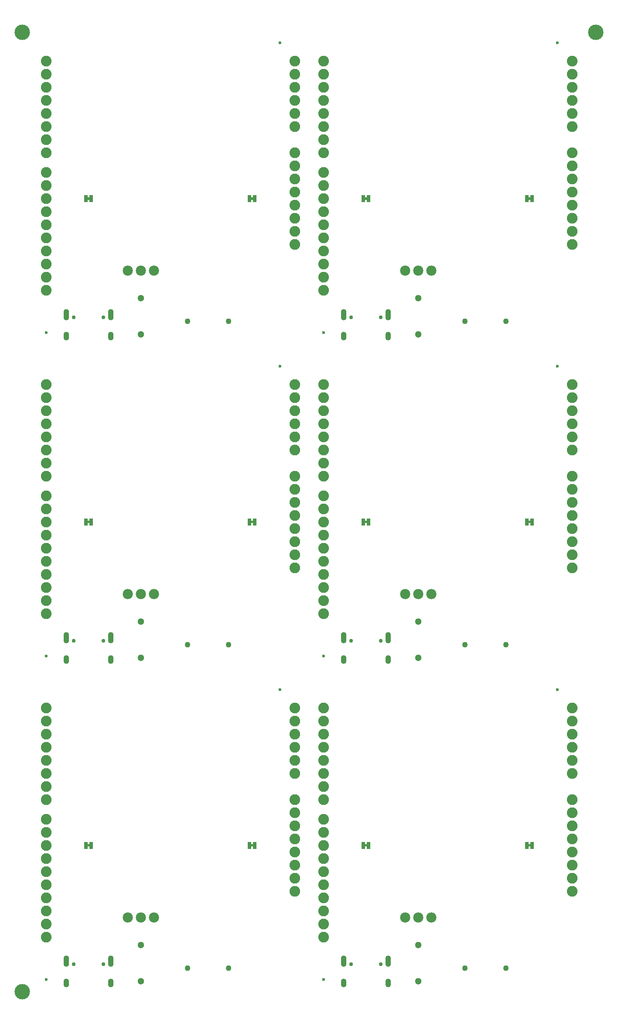
<source format=gbs>
%TF.GenerationSoftware,KiCad,Pcbnew,8.0.7*%
%TF.CreationDate,2025-01-17T14:39:43-07:00*%
%TF.ProjectId,SparkFun_Serial_MP3_Player_Shield_MY1690X_panelized,53706172-6b46-4756-9e5f-53657269616c,rev?*%
%TF.SameCoordinates,Original*%
%TF.FileFunction,Soldermask,Bot*%
%TF.FilePolarity,Negative*%
%FSLAX46Y46*%
G04 Gerber Fmt 4.6, Leading zero omitted, Abs format (unit mm)*
G04 Created by KiCad (PCBNEW 8.0.7) date 2025-01-17 14:39:43*
%MOMM*%
%LPD*%
G01*
G04 APERTURE LIST*
G04 Aperture macros list*
%AMRoundRect*
0 Rectangle with rounded corners*
0 $1 Rounding radius*
0 $2 $3 $4 $5 $6 $7 $8 $9 X,Y pos of 4 corners*
0 Add a 4 corners polygon primitive as box body*
4,1,4,$2,$3,$4,$5,$6,$7,$8,$9,$2,$3,0*
0 Add four circle primitives for the rounded corners*
1,1,$1+$1,$2,$3*
1,1,$1+$1,$4,$5*
1,1,$1+$1,$6,$7*
1,1,$1+$1,$8,$9*
0 Add four rect primitives between the rounded corners*
20,1,$1+$1,$2,$3,$4,$5,0*
20,1,$1+$1,$4,$5,$6,$7,0*
20,1,$1+$1,$6,$7,$8,$9,0*
20,1,$1+$1,$8,$9,$2,$3,0*%
G04 Aperture macros list end*
%ADD10C,0.000000*%
%ADD11C,3.000000*%
%ADD12RoundRect,0.050000X-0.330200X-0.635000X0.330200X-0.635000X0.330200X0.635000X-0.330200X0.635000X0*%
%ADD13C,0.600000*%
%ADD14C,0.750000*%
%ADD15O,1.100000X1.700000*%
%ADD16O,1.100000X2.200000*%
%ADD17C,1.100000*%
%ADD18C,1.300000*%
%ADD19C,2.082800*%
%ADD20C,1.979600*%
G04 APERTURE END LIST*
D10*
%TO.C,JP2*%
G36*
X96639000Y153159500D02*
G01*
X96131000Y153159500D01*
X96131000Y153640500D01*
X96639000Y153640500D01*
X96639000Y153159500D01*
G37*
G36*
X96639000Y90429500D02*
G01*
X96131000Y90429500D01*
X96131000Y90910500D01*
X96639000Y90910500D01*
X96639000Y90429500D01*
G37*
G36*
X96639000Y27699500D02*
G01*
X96131000Y27699500D01*
X96131000Y28180500D01*
X96639000Y28180500D01*
X96639000Y27699500D01*
G37*
G36*
X42799000Y153159500D02*
G01*
X42291000Y153159500D01*
X42291000Y153640500D01*
X42799000Y153640500D01*
X42799000Y153159500D01*
G37*
G36*
X42799000Y90429500D02*
G01*
X42291000Y90429500D01*
X42291000Y90910500D01*
X42799000Y90910500D01*
X42799000Y90429500D01*
G37*
%TO.C,JP1*%
G36*
X64889000Y153159500D02*
G01*
X64381000Y153159500D01*
X64381000Y153640500D01*
X64889000Y153640500D01*
X64889000Y153159500D01*
G37*
G36*
X64889000Y90429500D02*
G01*
X64381000Y90429500D01*
X64381000Y90910500D01*
X64889000Y90910500D01*
X64889000Y90429500D01*
G37*
G36*
X64889000Y27699500D02*
G01*
X64381000Y27699500D01*
X64381000Y28180500D01*
X64889000Y28180500D01*
X64889000Y27699500D01*
G37*
G36*
X11049000Y153159500D02*
G01*
X10541000Y153159500D01*
X10541000Y153640500D01*
X11049000Y153640500D01*
X11049000Y153159500D01*
G37*
G36*
X11049000Y90429500D02*
G01*
X10541000Y90429500D01*
X10541000Y90910500D01*
X11049000Y90910500D01*
X11049000Y90429500D01*
G37*
G36*
X11049000Y27699500D02*
G01*
X10541000Y27699500D01*
X10541000Y28180500D01*
X11049000Y28180500D01*
X11049000Y27699500D01*
G37*
%TO.C,JP2*%
G36*
X42799000Y27699500D02*
G01*
X42291000Y27699500D01*
X42291000Y28180500D01*
X42799000Y28180500D01*
X42799000Y27699500D01*
G37*
%TD*%
D11*
%TO.C,*%
X109228600Y185651100D03*
%TD*%
%TO.C,*%
X-2048600Y185651100D03*
%TD*%
%TO.C,*%
X-2048600Y-501100D03*
%TD*%
D12*
%TO.C,JP2*%
X95864300Y153400000D03*
X96905700Y153400000D03*
%TD*%
%TO.C,JP2*%
X95864300Y90670000D03*
X96905700Y90670000D03*
%TD*%
%TO.C,JP2*%
X95864300Y27940000D03*
X96905700Y27940000D03*
%TD*%
%TO.C,JP2*%
X42024300Y153400000D03*
X43065700Y153400000D03*
%TD*%
%TO.C,JP2*%
X42024300Y90670000D03*
X43065700Y90670000D03*
%TD*%
D13*
%TO.C,FID1*%
X101782500Y183562500D03*
%TD*%
%TO.C,FID1*%
X101782500Y120832500D03*
%TD*%
%TO.C,FID1*%
X101782500Y58102500D03*
%TD*%
%TO.C,FID1*%
X47942500Y183562500D03*
%TD*%
%TO.C,FID1*%
X47942500Y120832500D03*
%TD*%
%TO.C,FID2*%
X56380000Y127365000D03*
%TD*%
%TO.C,FID2*%
X56380000Y64635000D03*
%TD*%
%TO.C,FID2*%
X56380000Y1905000D03*
%TD*%
%TO.C,FID2*%
X2540000Y127365000D03*
%TD*%
%TO.C,FID2*%
X2540000Y64635000D03*
%TD*%
D14*
%TO.C,J4*%
X61745000Y130365000D03*
X67525000Y130365000D03*
D15*
X60317000Y126715000D03*
D16*
X60317000Y130895000D03*
X68953000Y130895000D03*
D15*
X68953000Y126715000D03*
%TD*%
D14*
%TO.C,J4*%
X61745000Y67635000D03*
X67525000Y67635000D03*
D15*
X60317000Y63985000D03*
D16*
X60317000Y68165000D03*
X68953000Y68165000D03*
D15*
X68953000Y63985000D03*
%TD*%
D14*
%TO.C,J4*%
X61745000Y4905000D03*
X67525000Y4905000D03*
D15*
X60317000Y1255000D03*
D16*
X60317000Y5435000D03*
X68953000Y5435000D03*
D15*
X68953000Y1255000D03*
%TD*%
D14*
%TO.C,J4*%
X7905000Y130365000D03*
X13685000Y130365000D03*
D15*
X6477000Y126715000D03*
D16*
X6477000Y130895000D03*
X15113000Y130895000D03*
D15*
X15113000Y126715000D03*
%TD*%
D14*
%TO.C,J4*%
X7905000Y67635000D03*
X13685000Y67635000D03*
D15*
X6477000Y63985000D03*
D16*
X6477000Y68165000D03*
X15113000Y68165000D03*
D15*
X15113000Y63985000D03*
%TD*%
D17*
%TO.C,J6*%
X83815000Y129587500D03*
X91815000Y129587500D03*
%TD*%
%TO.C,J6*%
X83815000Y66857500D03*
X91815000Y66857500D03*
%TD*%
%TO.C,J6*%
X83815000Y4127500D03*
X91815000Y4127500D03*
%TD*%
%TO.C,J6*%
X29975000Y129587500D03*
X37975000Y129587500D03*
%TD*%
%TO.C,J6*%
X29975000Y66857500D03*
X37975000Y66857500D03*
%TD*%
D18*
%TO.C,J1*%
X74795000Y127040000D03*
X74795000Y134040000D03*
%TD*%
%TO.C,J1*%
X74795000Y64310000D03*
X74795000Y71310000D03*
%TD*%
%TO.C,J1*%
X74795000Y1580000D03*
X74795000Y8580000D03*
%TD*%
%TO.C,J1*%
X20955000Y127040000D03*
X20955000Y134040000D03*
%TD*%
%TO.C,J1*%
X20955000Y64310000D03*
X20955000Y71310000D03*
%TD*%
D19*
%TO.C,B1*%
X104640000Y149590000D03*
X104640000Y162290000D03*
X104640000Y144510000D03*
X104640000Y147050000D03*
X104640000Y157210000D03*
X104640000Y159750000D03*
X56380000Y143240000D03*
X56380000Y145780000D03*
X56380000Y148320000D03*
X56380000Y150860000D03*
X56380000Y153400000D03*
X56380000Y155940000D03*
X56380000Y158480000D03*
X56380000Y162290000D03*
X56380000Y164830000D03*
X56380000Y167370000D03*
X56380000Y169910000D03*
X56380000Y172450000D03*
X56380000Y174990000D03*
X56380000Y177530000D03*
X56380000Y180070000D03*
X56380000Y140700000D03*
X104640000Y180070000D03*
X56380000Y135620000D03*
X104640000Y177530000D03*
X56380000Y138160000D03*
X104640000Y174990000D03*
X104640000Y172450000D03*
X104640000Y169910000D03*
X104640000Y167370000D03*
X104640000Y154670000D03*
X104640000Y152130000D03*
%TD*%
%TO.C,B1*%
X104640000Y86860000D03*
X104640000Y99560000D03*
X104640000Y81780000D03*
X104640000Y84320000D03*
X104640000Y94480000D03*
X104640000Y97020000D03*
X56380000Y80510000D03*
X56380000Y83050000D03*
X56380000Y85590000D03*
X56380000Y88130000D03*
X56380000Y90670000D03*
X56380000Y93210000D03*
X56380000Y95750000D03*
X56380000Y99560000D03*
X56380000Y102100000D03*
X56380000Y104640000D03*
X56380000Y107180000D03*
X56380000Y109720000D03*
X56380000Y112260000D03*
X56380000Y114800000D03*
X56380000Y117340000D03*
X56380000Y77970000D03*
X104640000Y117340000D03*
X56380000Y72890000D03*
X104640000Y114800000D03*
X56380000Y75430000D03*
X104640000Y112260000D03*
X104640000Y109720000D03*
X104640000Y107180000D03*
X104640000Y104640000D03*
X104640000Y91940000D03*
X104640000Y89400000D03*
%TD*%
%TO.C,B1*%
X104640000Y24130000D03*
X104640000Y36830000D03*
X104640000Y19050000D03*
X104640000Y21590000D03*
X104640000Y31750000D03*
X104640000Y34290000D03*
X56380000Y17780000D03*
X56380000Y20320000D03*
X56380000Y22860000D03*
X56380000Y25400000D03*
X56380000Y27940000D03*
X56380000Y30480000D03*
X56380000Y33020000D03*
X56380000Y36830000D03*
X56380000Y39370000D03*
X56380000Y41910000D03*
X56380000Y44450000D03*
X56380000Y46990000D03*
X56380000Y49530000D03*
X56380000Y52070000D03*
X56380000Y54610000D03*
X56380000Y15240000D03*
X104640000Y54610000D03*
X56380000Y10160000D03*
X104640000Y52070000D03*
X56380000Y12700000D03*
X104640000Y49530000D03*
X104640000Y46990000D03*
X104640000Y44450000D03*
X104640000Y41910000D03*
X104640000Y29210000D03*
X104640000Y26670000D03*
%TD*%
%TO.C,B1*%
X50800000Y149590000D03*
X50800000Y162290000D03*
X50800000Y144510000D03*
X50800000Y147050000D03*
X50800000Y157210000D03*
X50800000Y159750000D03*
X2540000Y143240000D03*
X2540000Y145780000D03*
X2540000Y148320000D03*
X2540000Y150860000D03*
X2540000Y153400000D03*
X2540000Y155940000D03*
X2540000Y158480000D03*
X2540000Y162290000D03*
X2540000Y164830000D03*
X2540000Y167370000D03*
X2540000Y169910000D03*
X2540000Y172450000D03*
X2540000Y174990000D03*
X2540000Y177530000D03*
X2540000Y180070000D03*
X2540000Y140700000D03*
X50800000Y180070000D03*
X2540000Y135620000D03*
X50800000Y177530000D03*
X2540000Y138160000D03*
X50800000Y174990000D03*
X50800000Y172450000D03*
X50800000Y169910000D03*
X50800000Y167370000D03*
X50800000Y154670000D03*
X50800000Y152130000D03*
%TD*%
%TO.C,B1*%
X50800000Y86860000D03*
X50800000Y99560000D03*
X50800000Y81780000D03*
X50800000Y84320000D03*
X50800000Y94480000D03*
X50800000Y97020000D03*
X2540000Y80510000D03*
X2540000Y83050000D03*
X2540000Y85590000D03*
X2540000Y88130000D03*
X2540000Y90670000D03*
X2540000Y93210000D03*
X2540000Y95750000D03*
X2540000Y99560000D03*
X2540000Y102100000D03*
X2540000Y104640000D03*
X2540000Y107180000D03*
X2540000Y109720000D03*
X2540000Y112260000D03*
X2540000Y114800000D03*
X2540000Y117340000D03*
X2540000Y77970000D03*
X50800000Y117340000D03*
X2540000Y72890000D03*
X50800000Y114800000D03*
X2540000Y75430000D03*
X50800000Y112260000D03*
X50800000Y109720000D03*
X50800000Y107180000D03*
X50800000Y104640000D03*
X50800000Y91940000D03*
X50800000Y89400000D03*
%TD*%
D20*
%TO.C,J3*%
X72255000Y139430000D03*
X74795000Y139430000D03*
X77335000Y139430000D03*
%TD*%
%TO.C,J3*%
X72255000Y76700000D03*
X74795000Y76700000D03*
X77335000Y76700000D03*
%TD*%
%TO.C,J3*%
X72255000Y13970000D03*
X74795000Y13970000D03*
X77335000Y13970000D03*
%TD*%
%TO.C,J3*%
X18415000Y139430000D03*
X20955000Y139430000D03*
X23495000Y139430000D03*
%TD*%
%TO.C,J3*%
X18415000Y76700000D03*
X20955000Y76700000D03*
X23495000Y76700000D03*
%TD*%
D12*
%TO.C,JP1*%
X64114300Y153400000D03*
X65155700Y153400000D03*
%TD*%
%TO.C,JP1*%
X64114300Y90670000D03*
X65155700Y90670000D03*
%TD*%
%TO.C,JP1*%
X64114300Y27940000D03*
X65155700Y27940000D03*
%TD*%
%TO.C,JP1*%
X10274300Y153400000D03*
X11315700Y153400000D03*
%TD*%
%TO.C,JP1*%
X10274300Y90670000D03*
X11315700Y90670000D03*
%TD*%
%TO.C,JP1*%
X10274300Y27940000D03*
X11315700Y27940000D03*
%TD*%
D20*
%TO.C,J3*%
X18415000Y13970000D03*
X20955000Y13970000D03*
X23495000Y13970000D03*
%TD*%
D19*
%TO.C,B1*%
X50800000Y24130000D03*
X50800000Y36830000D03*
X50800000Y19050000D03*
X50800000Y21590000D03*
X50800000Y31750000D03*
X50800000Y34290000D03*
X2540000Y17780000D03*
X2540000Y20320000D03*
X2540000Y22860000D03*
X2540000Y25400000D03*
X2540000Y27940000D03*
X2540000Y30480000D03*
X2540000Y33020000D03*
X2540000Y36830000D03*
X2540000Y39370000D03*
X2540000Y41910000D03*
X2540000Y44450000D03*
X2540000Y46990000D03*
X2540000Y49530000D03*
X2540000Y52070000D03*
X2540000Y54610000D03*
X2540000Y15240000D03*
X50800000Y54610000D03*
X2540000Y10160000D03*
X50800000Y52070000D03*
X2540000Y12700000D03*
X50800000Y49530000D03*
X50800000Y46990000D03*
X50800000Y44450000D03*
X50800000Y41910000D03*
X50800000Y29210000D03*
X50800000Y26670000D03*
%TD*%
D18*
%TO.C,J1*%
X20955000Y1580000D03*
X20955000Y8580000D03*
%TD*%
D17*
%TO.C,J6*%
X29975000Y4127500D03*
X37975000Y4127500D03*
%TD*%
D14*
%TO.C,J4*%
X7905000Y4905000D03*
X13685000Y4905000D03*
D15*
X6477000Y1255000D03*
D16*
X6477000Y5435000D03*
X15113000Y5435000D03*
D15*
X15113000Y1255000D03*
%TD*%
D13*
%TO.C,FID2*%
X2540000Y1905000D03*
%TD*%
%TO.C,FID1*%
X47942500Y58102500D03*
%TD*%
D12*
%TO.C,JP2*%
X42024300Y27940000D03*
X43065700Y27940000D03*
%TD*%
M02*

</source>
